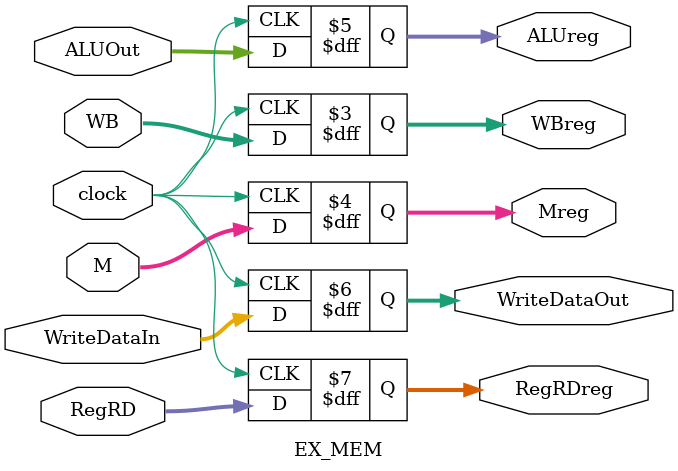
<source format=v>
`timescale 1ns / 1ps
module EX_MEM(clock,WB,M,ALUOut,RegRD,WriteDataIn,Mreg,WBreg,ALUreg,RegRDreg,WriteDataOut); 
   input clock; 
   input [1:0] WB; 
   input [2:0] M; 
   input [4:0] RegRD; 
   input [31:0] ALUOut,WriteDataIn; 
   output [1:0] WBreg; 
   output [2:0] Mreg; 
   output [31:0] ALUreg,WriteDataOut; 
   output [4:0] RegRDreg; 
 
   reg [1:0] WBreg; 
   reg [2:0] Mreg; 
   reg [31:0] ALUreg,WriteDataOut; 
   reg [4:0] RegRDreg; 
    
   initial begin 
      WBreg=0; 
      Mreg=0; 
      ALUreg=0; 
      WriteDataOut=0; 
      RegRDreg=0; 
   end 
    
    
    always@(posedge clock) 
    begin 
        WBreg <= WB; 
        Mreg <= M; 
        ALUreg <= ALUOut; 
        RegRDreg <= RegRD; 
        WriteDataOut <= WriteDataIn; 
    end 
 
endmodule 
 
</source>
